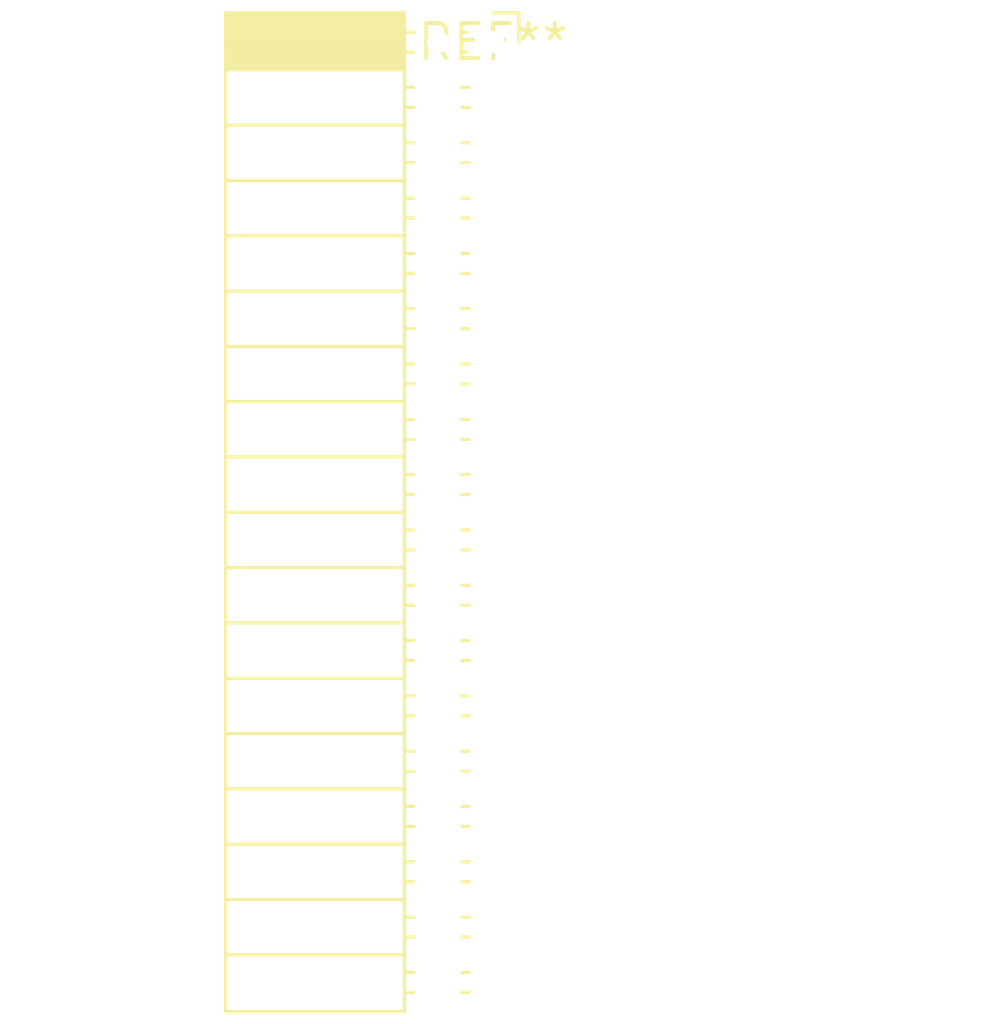
<source format=kicad_pcb>
(kicad_pcb (version 20240108) (generator pcbnew)
  (layers (0 "F.Cu" signal) (31 "B.Cu" signal) (34 "B.Paste" user) (35 "F.Paste" user) (36 "B.SilkS" user "B.Silkscreen") (37 "F.SilkS" user "F.Silkscreen") (38 "B.Mask" user) (39 "F.Mask" user) (44 "Edge.Cuts" user))
  (net 0 "")
  (footprint "PinSocket_2x18_P2.00mm_Horizontal" (layer "F.Cu") (at 0 0)
    (property "Reference" "REF**")
    (property "Value" "PinSocket_2x18_P2.00mm_Horizontal")
    (fp_line (start -9.68 -1.06) (end -9.68 35.06) (layer "F.SilkS") (stroke (width 0.12)))
    (fp_line (start -9.68 -1.06) (end -3.21 -1.06) (layer "F.SilkS") (stroke (width 0.12)))
    (fp_line (start -9.68 -0.94) (end -3.21 -0.94) (layer "F.SilkS") (stroke (width 0.12)))
    (fp_line (start -9.68 -0.825882) (end -3.21 -0.825882) (layer "F.SilkS") (stroke (width 0.12)))
    (fp_line (start -9.68 -0.711764) (end -3.21 -0.711764) (layer "F.SilkS") (stroke (width 0.12)))
    (fp_line (start -9.68 -0.597646) (end -3.21 -0.597646) (layer "F.SilkS") (stroke (width 0.12)))
    (fp_line (start -9.68 -0.483528) (end -3.21 -0.483528) (layer "F.SilkS") (stroke (width 0.12)))
    (fp_line (start -9.68 -0.36941) (end -3.21 -0.36941) (layer "F.SilkS") (stroke (width 0.12)))
    (fp_line (start -9.68 -0.255292) (end -3.21 -0.255292) (layer "F.SilkS") (stroke (width 0.12)))
    (fp_line (start -9.68 -0.141174) (end -3.21 -0.141174) (layer "F.SilkS") (stroke (width 0.12)))
    (fp_line (start -9.68 -0.027056) (end -3.21 -0.027056) (layer "F.SilkS") (stroke (width 0.12)))
    (fp_line (start -9.68 0.087062) (end -3.21 0.087062) (layer "F.SilkS") (stroke (width 0.12)))
    (fp_line (start -9.68 0.20118) (end -3.21 0.20118) (layer "F.SilkS") (stroke (width 0.12)))
    (fp_line (start -9.68 0.315298) (end -3.21 0.315298) (layer "F.SilkS") (stroke (width 0.12)))
    (fp_line (start -9.68 0.429416) (end -3.21 0.429416) (layer "F.SilkS") (stroke (width 0.12)))
    (fp_line (start -9.68 0.543534) (end -3.21 0.543534) (layer "F.SilkS") (stroke (width 0.12)))
    (fp_line (start -9.68 0.657652) (end -3.21 0.657652) (layer "F.SilkS") (stroke (width 0.12)))
    (fp_line (start -9.68 0.77177) (end -3.21 0.77177) (layer "F.SilkS") (stroke (width 0.12)))
    (fp_line (start -9.68 0.885888) (end -3.21 0.885888) (layer "F.SilkS") (stroke (width 0.12)))
    (fp_line (start -9.68 1) (end -3.21 1) (layer "F.SilkS") (stroke (width 0.12)))
    (fp_line (start -9.68 3) (end -3.21 3) (layer "F.SilkS") (stroke (width 0.12)))
    (fp_line (start -9.68 5) (end -3.21 5) (layer "F.SilkS") (stroke (width 0.12)))
    (fp_line (start -9.68 7) (end -3.21 7) (layer "F.SilkS") (stroke (width 0.12)))
    (fp_line (start -9.68 9) (end -3.21 9) (layer "F.SilkS") (stroke (width 0.12)))
    (fp_line (start -9.68 11) (end -3.21 11) (layer "F.SilkS") (stroke (width 0.12)))
    (fp_line (start -9.68 13) (end -3.21 13) (layer "F.SilkS") (stroke (width 0.12)))
    (fp_line (start -9.68 15) (end -3.21 15) (layer "F.SilkS") (stroke (width 0.12)))
    (fp_line (start -9.68 17) (end -3.21 17) (layer "F.SilkS") (stroke (width 0.12)))
    (fp_line (start -9.68 19) (end -3.21 19) (layer "F.SilkS") (stroke (width 0.12)))
    (fp_line (start -9.68 21) (end -3.21 21) (layer "F.SilkS") (stroke (width 0.12)))
    (fp_line (start -9.68 23) (end -3.21 23) (layer "F.SilkS") (stroke (width 0.12)))
    (fp_line (start -9.68 25) (end -3.21 25) (layer "F.SilkS") (stroke (width 0.12)))
    (fp_line (start -9.68 27) (end -3.21 27) (layer "F.SilkS") (stroke (width 0.12)))
    (fp_line (start -9.68 29) (end -3.21 29) (layer "F.SilkS") (stroke (width 0.12)))
    (fp_line (start -9.68 31) (end -3.21 31) (layer "F.SilkS") (stroke (width 0.12)))
    (fp_line (start -9.68 33) (end -3.21 33) (layer "F.SilkS") (stroke (width 0.12)))
    (fp_line (start -9.68 35.06) (end -3.21 35.06) (layer "F.SilkS") (stroke (width 0.12)))
    (fp_line (start -3.21 -1.06) (end -3.21 35.06) (layer "F.SilkS") (stroke (width 0.12)))
    (fp_line (start -3.21 -0.36) (end -2.862917 -0.36) (layer "F.SilkS") (stroke (width 0.12)))
    (fp_line (start -3.21 0.36) (end -2.862917 0.36) (layer "F.SilkS") (stroke (width 0.12)))
    (fp_line (start -3.21 1.64) (end -2.862917 1.64) (layer "F.SilkS") (stroke (width 0.12)))
    (fp_line (start -3.21 2.36) (end -2.862917 2.36) (layer "F.SilkS") (stroke (width 0.12)))
    (fp_line (start -3.21 3.64) (end -2.862917 3.64) (layer "F.SilkS") (stroke (width 0.12)))
    (fp_line (start -3.21 4.36) (end -2.862917 4.36) (layer "F.SilkS") (stroke (width 0.12)))
    (fp_line (start -3.21 5.64) (end -2.862917 5.64) (layer "F.SilkS") (stroke (width 0.12)))
    (fp_line (start -3.21 6.36) (end -2.862917 6.36) (layer "F.SilkS") (stroke (width 0.12)))
    (fp_line (start -3.21 7.64) (end -2.862917 7.64) (layer "F.SilkS") (stroke (width 0.12)))
    (fp_line (start -3.21 8.36) (end -2.862917 8.36) (layer "F.SilkS") (stroke (width 0.12)))
    (fp_line (start -3.21 9.64) (end -2.862917 9.64) (layer "F.SilkS") (stroke (width 0.12)))
    (fp_line (start -3.21 10.36) (end -2.862917 10.36) (layer "F.SilkS") (stroke (width 0.12)))
    (fp_line (start -3.21 11.64) (end -2.862917 11.64) (layer "F.SilkS") (stroke (width 0.12)))
    (fp_line (start -3.21 12.36) (end -2.862917 12.36) (layer "F.SilkS") (stroke (width 0.12)))
    (fp_line (start -3.21 13.64) (end -2.862917 13.64) (layer "F.SilkS") (stroke (width 0.12)))
    (fp_line (start -3.21 14.36) (end -2.862917 14.36) (layer "F.SilkS") (stroke (width 0.12)))
    (fp_line (start -3.21 15.64) (end -2.862917 15.64) (layer "F.SilkS") (stroke (width 0.12)))
    (fp_line (start -3.21 16.36) (end -2.862917 16.36) (layer "F.SilkS") (stroke (width 0.12)))
    (fp_line (start -3.21 17.64) (end -2.862917 17.64) (layer "F.SilkS") (stroke (width 0.12)))
    (fp_line (start -3.21 18.36) (end -2.862917 18.36) (layer "F.SilkS") (stroke (width 0.12)))
    (fp_line (start -3.21 19.64) (end -2.862917 19.64) (layer "F.SilkS") (stroke (width 0.12)))
    (fp_line (start -3.21 20.36) (end -2.862917 20.36) (layer "F.SilkS") (stroke (width 0.12)))
    (fp_line (start -3.21 21.64) (end -2.862917 21.64) (layer "F.SilkS") (stroke (width 0.12)))
    (fp_line (start -3.21 22.36) (end -2.862917 22.36) (layer "F.SilkS") (stroke (width 0.12)))
    (fp_line (start -3.21 23.64) (end -2.862917 23.64) (layer "F.SilkS") (stroke (width 0.12)))
    (fp_line (start -3.21 24.36) (end -2.862917 24.36) (layer "F.SilkS") (stroke (width 0.12)))
    (fp_line (start -3.21 25.64) (end -2.862917 25.64) (layer "F.SilkS") (stroke (width 0.12)))
    (fp_line (start -3.21 26.36) (end -2.862917 26.36) (layer "F.SilkS") (stroke (width 0.12)))
    (fp_line (start -3.21 27.64) (end -2.862917 27.64) (layer "F.SilkS") (stroke (width 0.12)))
    (fp_line (start -3.21 28.36) (end -2.862917 28.36) (layer "F.SilkS") (stroke (width 0.12)))
    (fp_line (start -3.21 29.64) (end -2.862917 29.64) (layer "F.SilkS") (stroke (width 0.12)))
    (fp_line (start -3.21 30.36) (end -2.862917 30.36) (layer "F.SilkS") (stroke (width 0.12)))
    (fp_line (start -3.21 31.64) (end -2.862917 31.64) (layer "F.SilkS") (stroke (width 0.12)))
    (fp_line (start -3.21 32.36) (end -2.862917 32.36) (layer "F.SilkS") (stroke (width 0.12)))
    (fp_line (start -3.21 33.64) (end -2.862917 33.64) (layer "F.SilkS") (stroke (width 0.12)))
    (fp_line (start -3.21 34.36) (end -2.862917 34.36) (layer "F.SilkS") (stroke (width 0.12)))
    (fp_line (start -1.137083 -0.36) (end -0.935 -0.36) (layer "F.SilkS") (stroke (width 0.12)))
    (fp_line (start -1.137083 0.36) (end -0.935 0.36) (layer "F.SilkS") (stroke (width 0.12)))
    (fp_line (start -1.137083 1.64) (end -0.862917 1.64) (layer "F.SilkS") (stroke (width 0.12)))
    (fp_line (start -1.137083 2.36) (end -0.862917 2.36) (layer "F.SilkS") (stroke (width 0.12)))
    (fp_line (start -1.137083 3.64) (end -0.862917 3.64) (layer "F.SilkS") (stroke (width 0.12)))
    (fp_line (start -1.137083 4.36) (end -0.862917 4.36) (layer "F.SilkS") (stroke (width 0.12)))
    (fp_line (start -1.137083 5.64) (end -0.862917 5.64) (layer "F.SilkS") (stroke (width 0.12)))
    (fp_line (start -1.137083 6.36) (end -0.862917 6.36) (layer "F.SilkS") (stroke (width 0.12)))
    (fp_line (start -1.137083 7.64) (end -0.862917 7.64) (layer "F.SilkS") (stroke (width 0.12)))
    (fp_line (start -1.137083 8.36) (end -0.862917 8.36) (layer "F.SilkS") (stroke (width 0.12)))
    (fp_line (start -1.137083 9.64) (end -0.862917 9.64) (layer "F.SilkS") (stroke (width 0.12)))
    (fp_line (start -1.137083 10.36) (end -0.862917 10.36) (layer "F.SilkS") (stroke (width 0.12)))
    (fp_line (start -1.137083 11.64) (end -0.862917 11.64) (layer "F.SilkS") (stroke (width 0.12)))
    (fp_line (start -1.137083 12.36) (end -0.862917 12.36) (layer "F.SilkS") (stroke (width 0.12)))
    (fp_line (start -1.137083 13.64) (end -0.862917 13.64) (layer "F.SilkS") (stroke (width 0.12)))
    (fp_line (start -1.137083 14.36) (end -0.862917 14.36) (layer "F.SilkS") (stroke (width 0.12)))
    (fp_line (start -1.137083 15.64) (end -0.862917 15.64) (layer "F.SilkS") (stroke (width 0.12)))
    (fp_line (start -1.137083 16.36) (end -0.862917 16.36) (layer "F.SilkS") (stroke (width 0.12)))
    (fp_line (start -1.137083 17.64) (end -0.862917 17.64) (layer "F.SilkS") (stroke (width 0.12)))
    (fp_line (start -1.137083 18.36) (end -0.862917 18.36) (layer "F.SilkS") (stroke (width 0.12)))
    (fp_line (start -1.137083 19.64) (end -0.862917 19.64) (layer "F.SilkS") (stroke (width 0.12)))
    (fp_line (start -1.137083 20.36) (end -0.862917 20.36) (layer "F.SilkS") (stroke (width 0.12)))
    (fp_line (start -1.137083 21.64) (end -0.862917 21.64) (layer "F.SilkS") (stroke (width 0.12)))
    (fp_line (start -1.137083 22.36) (end -0.862917 22.36) (layer "F.SilkS") (stroke (width 0.12)))
    (fp_line (start -1.137083 23.64) (end -0.862917 23.64) (layer "F.SilkS") (stroke (width 0.12)))
    (fp_line (start -1.137083 24.36) (end -0.862917 24.36) (layer "F.SilkS") (stroke (width 0.12)))
    (fp_line (start -1.137083 25.64) (end -0.862917 25.64) (layer "F.SilkS") (stroke (width 0.12)))
    (fp_line (start -1.137083 26.36) (end -0.862917 26.36) (layer "F.SilkS") (stroke (width 0.12)))
    (fp_line (start -1.137083 27.64) (end -0.862917 27.64) (layer "F.SilkS") (stroke (width 0.12)))
    (fp_line (start -1.137083 28.36) (end -0.862917 28.36) (layer "F.SilkS") (stroke (width 0.12)))
    (fp_line (start -1.137083 29.64) (end -0.862917 29.64) (layer "F.SilkS") (stroke (width 0.12)))
    (fp_line (start -1.137083 30.36) (end -0.862917 30.36) (layer "F.SilkS") (stroke (width 0.12)))
    (fp_line (start -1.137083 31.64) (end -0.862917 31.64) (layer "F.SilkS") (stroke (width 0.12)))
    (fp_line (start -1.137083 32.36) (end -0.862917 32.36) (layer "F.SilkS") (stroke (width 0.12)))
    (fp_line (start -1.137083 33.64) (end -0.862917 33.64) (layer "F.SilkS") (stroke (width 0.12)))
    (fp_line (start -1.137083 34.36) (end -0.862917 34.36) (layer "F.SilkS") (stroke (width 0.12)))
    (fp_line (start 0 -1.06) (end 0.935 -1.06) (layer "F.SilkS") (stroke (width 0.12)))
    (fp_line (start 0.935 -1.06) (end 0.935 0) (layer "F.SilkS") (stroke (width 0.12)))
    (pad "1" thru_hole rect (at 0 0) (size 1.35 1.35) (drill 0.8) (layers *.Cu *.Mask) (remove_unused_layers))
    (pad "2" thru_hole oval (at -2 0) (size 1.35 1.35) (drill 0.8) (layers *.Cu *.Mask) (remove_unused_layers))
    (pad "3" thru_hole oval (at 0 2) (size 1.35 1.35) (drill 0.8) (layers *.Cu *.Mask) (remove_unused_layers))
    (pad "4" thru_hole oval (at -2 2) (size 1.35 1.35) (drill 0.8) (layers *.Cu *.Mask) (remove_unused_layers))
    (pad "5" thru_hole oval (at 0 4) (size 1.35 1.35) (drill 0.8) (layers *.Cu *.Mask) (remove_unused_layers))
    (pad "6" thru_hole oval (at -2 4) (size 1.35 1.35) (drill 0.8) (layers *.Cu *.Mask) (remove_unused_layers))
    (pad "7" thru_hole oval (at 0 6) (size 1.35 1.35) (drill 0.8) (layers *.Cu *.Mask) (remove_unused_layers))
    (pad "8" thru_hole oval (at -2 6) (size 1.35 1.35) (drill 0.8) (layers *.Cu *.Mask) (remove_unused_layers))
    (pad "9" thru_hole oval (at 0 8) (size 1.35 1.35) (drill 0.8) (layers *.Cu *.Mask) (remove_unused_layers))
    (pad "10" thru_hole oval (at -2 8) (size 1.35 1.35) (drill 0.8) (layers *.Cu *.Mask) (remove_unused_layers))
    (pad "11" thru_hole oval (at 0 10) (size 1.35 1.35) (drill 0.8) (layers *.Cu *.Mask) (remove_unused_layers))
    (pad "12" thru_hole oval (at -2 10) (size 1.35 1.35) (drill 0.8) (layers *.Cu *.Mask) (remove_unused_layers))
    (pad "13" thru_hole oval (at 0 12) (size 1.35 1.35) (drill 0.8) (layers *.Cu *.Mask) (remove_unused_layers))
    (pad "14" thru_hole oval (at -2 12) (size 1.35 1.35) (drill 0.8) (layers *.Cu *.Mask) (remove_unused_layers))
    (pad "15" thru_hole oval (at 0 14) (size 1.35 1.35) (drill 0.8) (layers *.Cu *.Mask) (remove_unused_layers))
    (pad "16" thru_hole oval (at -2 14) (size 1.35 1.35) (drill 0.8) (layers *.Cu *.Mask) (remove_unused_layers))
    (pad "17" thru_hole oval (at 0 16) (size 1.35 1.35) (drill 0.8) (layers *.Cu *.Mask) (remove_unused_layers))
    (pad "18" thru_hole oval (at -2 16) (size 1.35 1.35) (drill 0.8) (layers *.Cu *.Mask) (remove_unused_layers))
    (pad "19" thru_hole oval (at 0 18) (size 1.35 1.35) (drill 0.8) (layers *.Cu *.Mask) (remove_unused_layers))
    (pad "20" thru_hole oval (at -2 18) (size 1.35 1.35) (drill 0.8) (layers *.Cu *.Mask) (remove_unused_layers))
    (pad "21" thru_hole oval (at 0 20) (size 1.35 1.35) (drill 0.8) (layers *.Cu *.Mask) (remove_unused_layers))
    (pad "22" thru_hole oval (at -2 20) (size 1.35 1.35) (drill 0.8) (layers *.Cu *.Mask) (remove_unused_layers))
    (pad "23" thru_hole oval (at 0 22) (size 1.35 1.35) (drill 0.8) (layers *.Cu *.Mask) (remove_unused_layers))
    (pad "24" thru_hole oval (at -2 22) (size 1.35 1.35) (drill 0.8) (layers *.Cu *.Mask) (remove_unused_layers))
    (pad "25" thru_hole oval (at 0 24) (size 1.35 1.35) (drill 0.8) (layers *.Cu *.Mask) (remove_unused_layers))
    (pad "26" thru_hole oval (at -2 24) (size 1.35 1.35) (drill 0.8) (layers *.Cu *.Mask) (remove_unused_layers))
    (pad "27" thru_hole oval (at 0 26) (size 1.35 1.35) (drill 0.8) (layers *.Cu *.Mask) (remove_unused_layers))
    (pad "28" thru_hole oval (at -2 26) (size 1.35 1.35) (drill 0.8) (layers *.Cu *.Mask) (remove_unused_layers))
    (pad "29" thru_hole oval (at 0 28) (size 1.35 1.35) (drill 0.8) (layers *.Cu *.Mask) (remove_unused_layers))
    (pad "30" thru_hole oval (at -2 28) (size 1.35 1.35) (drill 0.8) (layers *.Cu *.Mask) (remove_unused_layers))
    (pad "31" thru_hole oval (at 0 30) (size 1.35 1.35) (drill 0.8) (layers *.Cu *.Mask) (remove_unused_layers))
    (pad "32" thru_hole oval (at -2 30) (size 1.35 1.35) (drill 0.8) (layers *.Cu *.Mask) (remove_unused_layers))
    (pad "33" thru_hole oval (at 0 32) (size 1.35 1.35) (drill 0.8) (layers *.Cu *.Mask) (remove_unused_layers))
    (pad "34" thru_hole oval (at -2 32) (size 1.35 1.35) (drill 0.8) (layers *.Cu *.Mask) (remove_unused_layers))
    (pad "35" thru_hole oval (at 0 34) (size 1.35 1.35) (drill 0.8) (layers *.Cu *.Mask) (remove_unused_layers))
    (pad "36" thru_hole oval (at -2 34) (size 1.35 1.35) (drill 0.8) (layers *.Cu *.Mask) (remove_unused_layers))
  )
)
</source>
